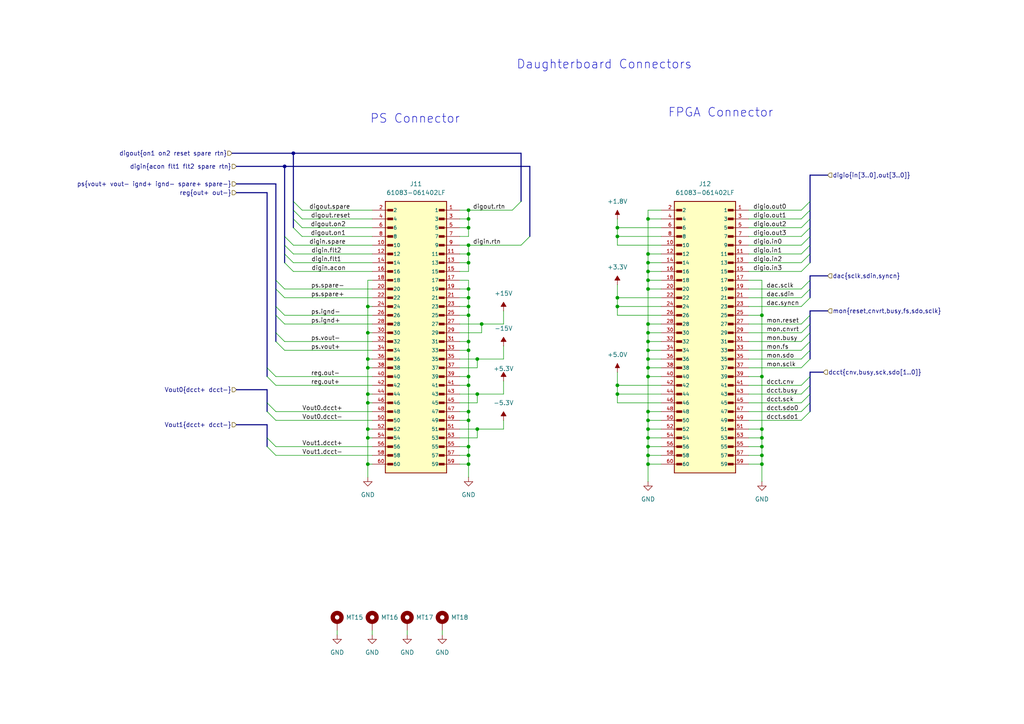
<source format=kicad_sch>
(kicad_sch (version 20250114) (generator "eeschema") (generator_version "9.0")
  (paper "A4")
  (lib_symbols
    (symbol "Mechanical:MountingHole_Pad" (pin_numbers (hide yes)) (pin_names (offset 1.016) (hide yes)) (in_bom no)
      (property "Reference" "H" (at 0 6.35 0))
      (property "Value" "MountingHole_Pad" (at 0 4.445 0))
      (symbol "MountingHole_Pad_0_1"
        (circle (center 0 1.27) (radius 1.27) (stroke (width 1.27)))
      )
      (symbol "MountingHole_Pad_1_1"
        (pin input line (at 0 -2.54 90) (length 2.54) (name "1") (number "1"))
      )
    )
    (symbol "PSC:+1.8V" (power) (pin_numbers (hide yes)) (pin_names (offset 0) (hide yes))
      (property "Value" "+1.8V" (at 0 3.556 0))
      (symbol "+1.8V_0_1"
        (polyline (pts (xy 0 0) (xy 0 2.54)))
      )
      (symbol "+1.8V_1_1"
        (polyline (pts (xy -0.635 1.27) (xy 0.635 1.27) (xy 0 2.54) (xy -0.635 1.27)) (stroke (width 0) (color 132 0 0 1)) (fill (type color) (color 132 0 0 1)))
        (pin power_in line (at 0 0 90) (length 0) (name "~") (number "1"))
      )
    )
    (symbol "PSC:+3V3" (power) (pin_numbers (hide yes)) (pin_names (offset 0) (hide yes))
      (property "Value" "+3.3V" (at 0 3.556 0))
      (symbol "+3V3_0_0"
        (pin power_in line (at 0 0 90) (length 0) (name "~") (number "1"))
      )
      (symbol "+3V3_0_1"
        (polyline (pts (xy 0 0) (xy 0 1.27) (xy 0.762 1.27) (xy 0 2.54) (xy -0.762 1.27) (xy 0 1.27)) (fill (type outline)))
      )
    )
    (symbol "PSC:+5.0V" (power) (pin_numbers (hide yes)) (pin_names (offset 0) (hide yes))
      (property "Value" "+5.0V" (at 0 3.556 0))
      (symbol "+5.0V_0_1"
        (polyline (pts (xy 0 0) (xy 0 2.54)))
      )
      (symbol "+5.0V_1_1"
        (polyline (pts (xy -0.635 1.27) (xy 0.635 1.27) (xy 0 2.54) (xy -0.635 1.27)) (stroke (width 0) (color 132 0 0 1)) (fill (type color) (color 132 0 0 1)))
        (pin power_in line (at 0 0 90) (length 0) (name "~") (number "1"))
      )
    )
    (symbol "power:GND" (power) (pin_numbers (hide yes)) (pin_names (offset 0) (hide yes))
      (property "Value" "GND" (at 0 -3.81 0))
      (symbol "GND_0_1"
        (polyline (pts (xy 0 0) (xy 0 -1.27) (xy 1.27 -1.27) (xy 0 -2.54) (xy -1.27 -1.27) (xy 0 -1.27)))
      )
      (symbol "GND_1_1"
        (pin power_in line (at 0 0 270) (length 0) (name "~") (number "1"))
      )
    )
    (symbol "psc:+15V" (power) (pin_numbers (hide yes)) (pin_names (offset 0) (hide yes))
      (property "Value" "+15V" (at 0 3.556 0))
      (symbol "+15V_0_0"
        (pin power_in line (at 0 0 90) (length 0) (name "~") (number "1"))
      )
      (symbol "+15V_0_1"
        (polyline (pts (xy 0 0) (xy 0 1.27) (xy 0.762 1.27) (xy 0 2.54) (xy -0.762 1.27) (xy 0 1.27)) (fill (type outline)))
      )
    )
    (symbol "psc:+5.3V" (power) (pin_numbers (hide yes)) (pin_names (offset 0) (hide yes))
      (property "Value" "+5.3V" (at 0 3.556 0))
      (symbol "+5.3V_0_0"
        (pin power_in line (at 0 0 90) (length 0) (name "~") (number "1"))
      )
      (symbol "+5.3V_0_1"
        (polyline (pts (xy 0 0) (xy 0 1.27) (xy 0.762 1.27) (xy 0 2.54) (xy -0.762 1.27) (xy 0 1.27)) (fill (type outline)))
      )
    )
    (symbol "psc:-15V" (power) (pin_numbers (hide yes)) (pin_names (offset 0) (hide yes))
      (property "Value" "-15V" (at 0 3.556 0))
      (symbol "-15V_0_0"
        (pin power_in line (at 0 0 90) (length 0) (name "~") (number "1"))
      )
      (symbol "-15V_0_1"
        (polyline (pts (xy 0 0) (xy 0 1.27) (xy 0.762 1.27) (xy 0 2.54) (xy -0.762 1.27) (xy 0 1.27)) (fill (type outline)))
      )
    )
    (symbol "psc:-5.3V" (power) (pin_numbers (hide yes)) (pin_names (offset 0) (hide yes))
      (property "Value" "-5.3V" (at 0 3.556 0))
      (symbol "-5.3V_0_0"
        (pin power_in line (at 0 0 90) (length 0) (name "~") (number "1"))
      )
      (symbol "-5.3V_0_1"
        (polyline (pts (xy 0 0) (xy 0 1.27) (xy 0.762 1.27) (xy 0 2.54) (xy -0.762 1.27) (xy 0 1.27)) (fill (type outline)))
      )
    )
    (symbol "psc:61083-061402LF" (pin_names (offset 1.016))
      (property "Reference" "J" (at -10.16 39.37 0))
      (property "Value" "61083-061402LF" (at -10.16 -43.18 0))
      (symbol "61083-061402LF_0_0"
        (rectangle (start -8.89 -40.64) (end 8.89 38.1) (stroke (width 0.254)) (fill (type background)))
        (rectangle (start -8.255 35.2425) (end -6.6675 35.8775) (stroke (width 0.1)) (fill (type outline)))
        (rectangle (start -8.255 32.7025) (end -6.6675 33.3375) (stroke (width 0.1)) (fill (type outline)))
        (rectangle (start -8.255 30.1625) (end -6.6675 30.7975) (stroke (width 0.1)) (fill (type outline)))
        (rectangle (start -8.255 27.6225) (end -6.6675 28.2575) (stroke (width 0.1)) (fill (type outline)))
        (rectangle (start -8.255 25.0825) (end -6.6675 25.7175) (stroke (width 0.1)) (fill (type outline)))
        (rectangle (start -8.255 22.5425) (end -6.6675 23.1775) (stroke (width 0.1)) (fill (type outline)))
        (rectangle (start -8.255 20.0025) (end -6.6675 20.6375) (stroke (width 0.1)) (fill (type outline)))
        (rectangle (start -8.255 17.4625) (end -6.6675 18.0975) (stroke (width 0.1)) (fill (type outline)))
        (rectangle (start -8.255 14.9225) (end -6.6675 15.5575) (stroke (width 0.1)) (fill (type outline)))
        (rectangle (start -8.255 12.3825) (end -6.6675 13.0175) (stroke (width 0.1)) (fill (type outline)))
        (rectangle (start -8.255 9.8425) (end -6.6675 10.4775) (stroke (width 0.1)) (fill (type outline)))
        (rectangle (start -8.255 7.3025) (end -6.6675 7.9375) (stroke (width 0.1)) (fill (type outline)))
        (rectangle (start -8.255 4.7625) (end -6.6675 5.3975) (stroke (width 0.1)) (fill (type outline)))
        (rectangle (start -8.255 2.2225) (end -6.6675 2.8575) (stroke (width 0.1)) (fill (type outline)))
        (rectangle (start -8.255 -0.3175) (end -6.6675 0.3175) (stroke (width 0.1)) (fill (type outline)))
        (rectangle (start -8.255 -2.8575) (end -6.6675 -2.2225) (stroke (width 0.1)) (fill (type outline)))
        (rectangle (start -8.255 -5.3975) (end -6.6675 -4.7625) (stroke (width 0.1)) (fill (type outline)))
        (rectangle (start -8.255 -7.9375) (end -6.6675 -7.3025) (stroke (width 0.1)) (fill (type outline)))
        (rectangle (start -8.255 -10.4775) (end -6.6675 -9.8425) (stroke (width 0.1)) (fill (type outline)))
        (rectangle (start -8.255 -13.0175) (end -6.6675 -12.3825) (stroke (width 0.1)) (fill (type outline)))
        (rectangle (start -8.255 -15.5575) (end -6.6675 -14.9225) (stroke (width 0.1)) (fill (type outline)))
        (rectangle (start -8.255 -18.0975) (end -6.6675 -17.4625) (stroke (width 0.1)) (fill (type outline)))
        (rectangle (start -8.255 -20.6375) (end -6.6675 -20.0025) (stroke (width 0.1)) (fill (type outline)))
        (rectangle (start -8.255 -23.1775) (end -6.6675 -22.5425) (stroke (width 0.1)) (fill (type outline)))
        (rectangle (start -8.255 -25.7175) (end -6.6675 -25.0825) (stroke (width 0.1)) (fill (type outline)))
        (rectangle (start -8.255 -28.2575) (end -6.6675 -27.6225) (stroke (width 0.1)) (fill (type outline)))
        (rectangle (start -8.255 -30.7975) (end -6.6675 -30.1625) (stroke (width 0.1)) (fill (type outline)))
        (rectangle (start -8.255 -33.3375) (end -6.6675 -32.7025) (stroke (width 0.1)) (fill (type outline)))
        (rectangle (start -8.255 -35.8775) (end -6.6675 -35.2425) (stroke (width 0.1)) (fill (type outline)))
        (rectangle (start -8.255 -38.4175) (end -6.6675 -37.7825) (stroke (width 0.1)) (fill (type outline)))
        (rectangle (start 6.6675 35.2425) (end 8.255 35.8775) (stroke (width 0.1)) (fill (type outline)))
        (rectangle (start 6.6675 32.7025) (end 8.255 33.3375) (stroke (width 0.1)) (fill (type outline)))
        (rectangle (start 6.6675 30.1625) (end 8.255 30.7975) (stroke (width 0.1)) (fill (type outline)))
        (rectangle (start 6.6675 27.6225) (end 8.255 28.2575) (stroke (width 0.1)) (fill (type outline)))
        (rectangle (start 6.6675 25.0825) (end 8.255 25.7175) (stroke (width 0.1)) (fill (type outline)))
        (rectangle (start 6.6675 22.5425) (end 8.255 23.1775) (stroke (width 0.1)) (fill (type outline)))
        (rectangle (start 6.6675 20.0025) (end 8.255 20.6375) (stroke (width 0.1)) (fill (type outline)))
        (rectangle (start 6.6675 17.4625) (end 8.255 18.0975) (stroke (width 0.1)) (fill (type outline)))
        (rectangle (start 6.6675 14.9225) (end 8.255 15.5575) (stroke (width 0.1)) (fill (type outline)))
        (rectangle (start 6.6675 12.3825) (end 8.255 13.0175) (stroke (width 0.1)) (fill (type outline)))
        (rectangle (start 6.6675 9.8425) (end 8.255 10.4775) (stroke (width 0.1)) (fill (type outline)))
        (rectangle (start 6.6675 7.3025) (end 8.255 7.9375) (stroke (width 0.1)) (fill (type outline)))
        (rectangle (start 6.6675 4.7625) (end 8.255 5.3975) (stroke (width 0.1)) (fill (type outline)))
        (rectangle (start 6.6675 2.2225) (end 8.255 2.8575) (stroke (width 0.1)) (fill (type outline)))
        (rectangle (start 6.6675 -0.3175) (end 8.255 0.3175) (stroke (width 0.1)) (fill (type outline)))
        (rectangle (start 6.6675 -2.8575) (end 8.255 -2.2225) (stroke (width 0.1)) (fill (type outline)))
        (rectangle (start 6.6675 -5.3975) (end 8.255 -4.7625) (stroke (width 0.1)) (fill (type outline)))
        (rectangle (start 6.6675 -7.9375) (end 8.255 -7.3025) (stroke (width 0.1)) (fill (type outline)))
        (rectangle (start 6.6675 -10.4775) (end 8.255 -9.8425) (stroke (width 0.1)) (fill (type outline)))
        (rectangle (start 6.6675 -13.0175) (end 8.255 -12.3825) (stroke (width 0.1)) (fill (type outline)))
        (rectangle (start 6.6675 -15.5575) (end 8.255 -14.9225) (stroke (width 0.1)) (fill (type outline)))
        (rectangle (start 6.6675 -18.0975) (end 8.255 -17.4625) (stroke (width 0.1)) (fill (type outline)))
        (rectangle (start 6.6675 -20.6375) (end 8.255 -20.0025) (stroke (width 0.1)) (fill (type outline)))
        (rectangle (start 6.6675 -23.1775) (end 8.255 -22.5425) (stroke (width 0.1)) (fill (type outline)))
        (rectangle (start 6.6675 -25.7175) (end 8.255 -25.0825) (stroke (width 0.1)) (fill (type outline)))
        (rectangle (start 6.6675 -28.2575) (end 8.255 -27.6225) (stroke (width 0.1)) (fill (type outline)))
        (rectangle (start 6.6675 -30.7975) (end 8.255 -30.1625) (stroke (width 0.1)) (fill (type outline)))
        (rectangle (start 6.6675 -33.3375) (end 8.255 -32.7025) (stroke (width 0.1)) (fill (type outline)))
        (rectangle (start 6.6675 -35.8775) (end 8.255 -35.2425) (stroke (width 0.1)) (fill (type outline)))
        (rectangle (start 6.6675 -38.4175) (end 8.255 -37.7825) (stroke (width 0.1)) (fill (type outline)))
        (pin passive line (at -12.7 35.56 0) (length 5.08) (name "1") (number "1"))
        (pin passive line (at -12.7 33.02 0) (length 5.08) (name "3") (number "3"))
        (pin passive line (at -12.7 30.48 0) (length 5.08) (name "5") (number "5"))
        (pin passive line (at -12.7 27.94 0) (length 5.08) (name "7") (number "7"))
        (pin passive line (at -12.7 25.4 0) (length 5.08) (name "9") (number "9"))
        (pin passive line (at -12.7 22.86 0) (length 5.08) (name "11") (number "11"))
        (pin passive line (at -12.7 20.32 0) (length 5.08) (name "13") (number "13"))
        (pin passive line (at -12.7 17.78 0) (length 5.08) (name "15") (number "15"))
        (pin passive line (at -12.7 15.24 0) (length 5.08) (name "17") (number "17"))
        (pin passive line (at -12.7 12.7 0) (length 5.08) (name "19") (number "19"))
        (pin passive line (at -12.7 10.16 0) (length 5.08) (name "21") (number "21"))
        (pin passive line (at -12.7 7.62 0) (length 5.08) (name "23") (number "23"))
        (pin passive line (at -12.7 5.08 0) (length 5.08) (name "25") (number "25"))
        (pin passive line (at -12.7 2.54 0) (length 5.08) (name "27") (number "27"))
        (pin passive line (at -12.7 0 0) (length 5.08) (name "29") (number "29"))
        (pin passive line (at -12.7 -2.54 0) (length 5.08) (name "31") (number "31"))
        (pin passive line (at -12.7 -5.08 0) (length 5.08) (name "33") (number "33"))
        (pin passive line (at -12.7 -7.62 0) (length 5.08) (name "35") (number "35"))
        (pin passive line (at -12.7 -10.16 0) (length 5.08) (name "37") (number "37"))
        (pin passive line (at -12.7 -12.7 0) (length 5.08) (name "39") (number "39"))
        (pin passive line (at -12.7 -15.24 0) (length 5.08) (name "41") (number "41"))
        (pin passive line (at -12.7 -17.78 0) (length 5.08) (name "43") (number "43"))
        (pin passive line (at -12.7 -20.32 0) (length 5.08) (name "45") (number "45"))
        (pin passive line (at -12.7 -22.86 0) (length 5.08) (name "47") (number "47"))
        (pin passive line (at -12.7 -25.4 0) (length 5.08) (name "49") (number "49"))
        (pin passive line (at -12.7 -27.94 0) (length 5.08) (name "51") (number "51"))
        (pin passive line (at -12.7 -30.48 0) (length 5.08) (name "53") (number "53"))
        (pin passive line (at -12.7 -33.02 0) (length 5.08) (name "55") (number "55"))
        (pin passive line (at -12.7 -35.56 0) (length 5.08) (name "57") (number "57"))
        (pin passive line (at -12.7 -38.1 0) (length 5.08) (name "59") (number "59"))
        (pin passive line (at 12.7 35.56 180) (length 5.08) (name "2") (number "2"))
        (pin passive line (at 12.7 33.02 180) (length 5.08) (name "4") (number "4"))
        (pin passive line (at 12.7 30.48 180) (length 5.08) (name "6") (number "6"))
        (pin passive line (at 12.7 27.94 180) (length 5.08) (name "8") (number "8"))
        (pin passive line (at 12.7 25.4 180) (length 5.08) (name "10") (number "10"))
        (pin passive line (at 12.7 22.86 180) (length 5.08) (name "12") (number "12"))
        (pin passive line (at 12.7 20.32 180) (length 5.08) (name "14") (number "14"))
        (pin passive line (at 12.7 17.78 180) (length 5.08) (name "16") (number "16"))
        (pin passive line (at 12.7 15.24 180) (length 5.08) (name "18") (number "18"))
        (pin passive line (at 12.7 12.7 180) (length 5.08) (name "20") (number "20"))
        (pin passive line (at 12.7 10.16 180) (length 5.08) (name "22") (number "22"))
        (pin passive line (at 12.7 7.62 180) (length 5.08) (name "24") (number "24"))
        (pin passive line (at 12.7 5.08 180) (length 5.08) (name "26") (number "26"))
        (pin passive line (at 12.7 2.54 180) (length 5.08) (name "28") (number "28"))
        (pin passive line (at 12.7 0 180) (length 5.08) (name "30") (number "30"))
        (pin passive line (at 12.7 -2.54 180) (length 5.08) (name "32") (number "32"))
        (pin passive line (at 12.7 -5.08 180) (length 5.08) (name "34") (number "34"))
        (pin passive line (at 12.7 -7.62 180) (length 5.08) (name "36") (number "36"))
        (pin passive line (at 12.7 -10.16 180) (length 5.08) (name "38") (number "38"))
        (pin passive line (at 12.7 -12.7 180) (length 5.08) (name "40") (number "40"))
        (pin passive line (at 12.7 -15.24 180) (length 5.08) (name "42") (number "42"))
        (pin passive line (at 12.7 -17.78 180) (length 5.08) (name "44") (number "44"))
        (pin passive line (at 12.7 -20.32 180) (length 5.08) (name "46") (number "46"))
        (pin passive line (at 12.7 -22.86 180) (length 5.08) (name "48") (number "48"))
        (pin passive line (at 12.7 -25.4 180) (length 5.08) (name "50") (number "50"))
        (pin passive line (at 12.7 -27.94 180) (length 5.08) (name "52") (number "52"))
        (pin passive line (at 12.7 -30.48 180) (length 5.08) (name "54") (number "54"))
        (pin passive line (at 12.7 -33.02 180) (length 5.08) (name "56") (number "56"))
        (pin passive line (at 12.7 -35.56 180) (length 5.08) (name "58") (number "58"))
        (pin passive line (at 12.7 -38.1 180) (length 5.08) (name "60") (number "60"))
      )
    )
  )
  (text "Daughterboard Connectors\n" (at 175.26 18.796 0) (effects (font (size 2.54 2.54))))
  (text "FPGA Connector" (at 209.042 32.766 0) (effects (font (size 2.54 2.54))))
  (text "PS Connector" (at 120.396 34.544 0) (effects (font (size 2.54 2.54))))
  (junction (at 135.89 119.38))
  (junction (at 106.68 106.68))
  (junction (at 135.89 91.44))
  (junction (at 187.96 81.28))
  (junction (at 135.89 99.06))
  (junction (at 82.55 48.26))
  (junction (at 187.96 121.92))
  (junction (at 135.89 121.92))
  (junction (at 187.96 119.38))
  (junction (at 106.68 96.52))
  (junction (at 106.68 104.14))
  (junction (at 187.96 106.68))
  (junction (at 106.68 114.3))
  (junction (at 85.09 44.45))
  (junction (at 135.89 132.08))
  (junction (at 106.68 88.9))
  (junction (at 135.89 111.76))
  (junction (at 106.68 134.62))
  (junction (at 106.68 127))
  (junction (at 187.96 76.2))
  (junction (at 135.89 88.9))
  (junction (at 187.96 99.06))
  (junction (at 135.89 109.22))
  (junction (at 187.96 96.52))
  (junction (at 135.89 129.54))
  (junction (at 220.98 127))
  (junction (at 179.07 86.36))
  (junction (at 179.07 111.76))
  (junction (at 220.98 109.22))
  (junction (at 187.96 127))
  (junction (at 187.96 132.08))
  (junction (at 135.89 60.96))
  (junction (at 187.96 78.74))
  (junction (at 106.68 124.46))
  (junction (at 187.96 134.62))
  (junction (at 179.07 68.58))
  (junction (at 187.96 129.54))
  (junction (at 138.43 104.14))
  (junction (at 220.98 91.44))
  (junction (at 220.98 132.08))
  (junction (at 138.43 114.3))
  (junction (at 135.89 101.6))
  (junction (at 135.89 134.62))
  (junction (at 135.89 71.12))
  (junction (at 135.89 63.5))
  (junction (at 139.7 93.98))
  (junction (at 135.89 66.04))
  (junction (at 135.89 83.82))
  (junction (at 187.96 93.98))
  (junction (at 187.96 124.46))
  (junction (at 135.89 76.2))
  (junction (at 135.89 86.36))
  (junction (at 220.98 129.54))
  (junction (at 179.07 114.3))
  (junction (at 220.98 134.62))
  (junction (at 187.96 83.82))
  (junction (at 187.96 104.14))
  (junction (at 179.07 66.04))
  (junction (at 187.96 101.6))
  (junction (at 187.96 109.22))
  (junction (at 138.43 124.46))
  (junction (at 187.96 73.66))
  (junction (at 187.96 63.5))
  (junction (at 220.98 124.46))
  (junction (at 106.68 116.84))
  (junction (at 179.07 88.9))
  (junction (at 135.89 73.66))
  (bus_entry (at 232.41 93.98) (size 2.54 -2.54))
  (bus_entry (at 232.41 66.04) (size 2.54 -2.54))
  (bus_entry (at 232.41 101.6) (size 2.54 -2.54))
  (bus_entry (at 85.09 63.5) (size 2.54 2.54))
  (bus_entry (at 85.09 58.42) (size 2.54 2.54))
  (bus_entry (at 80.01 91.44) (size 2.54 2.54))
  (bus_entry (at 232.41 104.14) (size 2.54 -2.54))
  (bus_entry (at 232.41 119.38) (size 2.54 -2.54))
  (bus_entry (at 77.47 106.68) (size 2.54 2.54))
  (bus_entry (at 232.41 60.96) (size 2.54 -2.54))
  (bus_entry (at 77.47 116.84) (size 2.54 2.54))
  (bus_entry (at 153.67 68.58) (size -2.54 2.54))
  (bus_entry (at 232.41 71.12) (size 2.54 -2.54))
  (bus_entry (at 77.47 127) (size 2.54 2.54))
  (bus_entry (at 82.55 68.58) (size 2.54 2.54))
  (bus_entry (at 80.01 81.28) (size 2.54 2.54))
  (bus_entry (at 232.41 63.5) (size 2.54 -2.54))
  (bus_entry (at 232.41 114.3) (size 2.54 -2.54))
  (bus_entry (at 232.41 68.58) (size 2.54 -2.54))
  (bus_entry (at 80.01 99.06) (size 2.54 2.54))
  (bus_entry (at 80.01 96.52) (size 2.54 2.54))
  (bus_entry (at 82.55 76.2) (size 2.54 2.54))
  (bus_entry (at 232.41 116.84) (size 2.54 -2.54))
  (bus_entry (at 232.41 83.82) (size 2.54 -2.54))
  (bus_entry (at 232.41 96.52) (size 2.54 -2.54))
  (bus_entry (at 232.41 88.9) (size 2.54 -2.54))
  (bus_entry (at 85.09 60.96) (size 2.54 2.54))
  (bus_entry (at 77.47 109.22) (size 2.54 2.54))
  (bus_entry (at 232.41 76.2) (size 2.54 -2.54))
  (bus_entry (at 80.01 88.9) (size 2.54 2.54))
  (bus_entry (at 80.01 83.82) (size 2.54 2.54))
  (bus_entry (at 232.41 86.36) (size 2.54 -2.54))
  (bus_entry (at 82.55 71.12) (size 2.54 2.54))
  (bus_entry (at 85.09 66.04) (size 2.54 2.54))
  (bus_entry (at 77.47 119.38) (size 2.54 2.54))
  (bus_entry (at 151.13 58.42) (size -2.54 2.54))
  (bus_entry (at 232.41 111.76) (size 2.54 -2.54))
  (bus_entry (at 232.41 99.06) (size 2.54 -2.54))
  (bus_entry (at 232.41 78.74) (size 2.54 -2.54))
  (bus_entry (at 232.41 106.68) (size 2.54 -2.54))
  (bus_entry (at 82.55 73.66) (size 2.54 2.54))
  (bus_entry (at 232.41 73.66) (size 2.54 -2.54))
  (bus_entry (at 232.41 121.92) (size 2.54 -2.54))
  (bus_entry (at 77.47 129.54) (size 2.54 2.54))
  (wire (pts (xy 106.68 96.52) (xy 106.68 104.14)))
  (wire (pts (xy 106.68 104.14) (xy 107.95 104.14)))
  (wire (pts (xy 220.98 91.44) (xy 220.98 109.22)))
  (wire (pts (xy 133.35 124.46) (xy 138.43 124.46)))
  (wire (pts (xy 191.77 71.12) (xy 179.07 71.12)))
  (bus (pts (xy 77.47 113.03) (xy 77.47 116.84)))
  (wire (pts (xy 133.35 109.22) (xy 135.89 109.22)))
  (wire (pts (xy 106.68 127) (xy 107.95 127)))
  (wire (pts (xy 220.98 132.08) (xy 217.17 132.08)))
  (wire (pts (xy 135.89 73.66) (xy 135.89 76.2)))
  (wire (pts (xy 133.35 104.14) (xy 138.43 104.14)))
  (bus (pts (xy 85.09 60.96) (xy 85.09 63.5)))
  (wire (pts (xy 217.17 81.28) (xy 220.98 81.28)))
  (wire (pts (xy 191.77 96.52) (xy 187.96 96.52)))
  (wire (pts (xy 107.95 81.28) (xy 106.68 81.28)))
  (wire (pts (xy 146.05 100.33) (xy 146.05 104.14)))
  (wire (pts (xy 133.35 81.28) (xy 135.89 81.28)))
  (wire (pts (xy 187.96 63.5) (xy 187.96 73.66)))
  (wire (pts (xy 220.98 81.28) (xy 220.98 91.44)))
  (wire (pts (xy 106.68 88.9) (xy 106.68 96.52)))
  (wire (pts (xy 220.98 124.46) (xy 220.98 127)))
  (wire (pts (xy 135.89 88.9) (xy 135.89 91.44)))
  (wire (pts (xy 217.17 83.82) (xy 232.41 83.82)))
  (wire (pts (xy 187.96 81.28) (xy 187.96 83.82)))
  (wire (pts (xy 133.35 129.54) (xy 135.89 129.54)))
  (bus (pts (xy 85.09 44.45) (xy 151.13 44.45)))
  (bus (pts (xy 80.01 83.82) (xy 80.01 88.9)))
  (wire (pts (xy 135.89 66.04) (xy 135.89 63.5)))
  (wire (pts (xy 135.89 99.06) (xy 135.89 101.6)))
  (wire (pts (xy 135.89 73.66) (xy 133.35 73.66)))
  (bus (pts (xy 67.31 44.45) (xy 85.09 44.45)))
  (bus (pts (xy 234.95 71.12) (xy 234.95 73.66)))
  (bus (pts (xy 234.95 63.5) (xy 234.95 66.04)))
  (wire (pts (xy 220.98 109.22) (xy 220.98 124.46)))
  (wire (pts (xy 133.35 86.36) (xy 135.89 86.36)))
  (wire (pts (xy 85.09 73.66) (xy 107.95 73.66)))
  (wire (pts (xy 87.63 66.04) (xy 107.95 66.04)))
  (wire (pts (xy 187.96 134.62) (xy 187.96 139.7)))
  (wire (pts (xy 191.77 86.36) (xy 179.07 86.36)))
  (wire (pts (xy 106.68 116.84) (xy 106.68 124.46)))
  (wire (pts (xy 217.17 96.52) (xy 232.41 96.52)))
  (wire (pts (xy 133.35 96.52) (xy 139.7 96.52)))
  (bus (pts (xy 234.95 68.58) (xy 234.95 71.12)))
  (bus (pts (xy 234.95 73.66) (xy 234.95 76.2)))
  (wire (pts (xy 80.01 132.08) (xy 107.95 132.08)))
  (bus (pts (xy 68.58 53.34) (xy 80.01 53.34)))
  (wire (pts (xy 187.96 119.38) (xy 187.96 121.92)))
  (wire (pts (xy 133.35 111.76) (xy 135.89 111.76)))
  (wire (pts (xy 80.01 111.76) (xy 107.95 111.76)))
  (bus (pts (xy 82.55 48.26) (xy 82.55 68.58)))
  (wire (pts (xy 220.98 127) (xy 220.98 129.54)))
  (wire (pts (xy 106.68 88.9) (xy 107.95 88.9)))
  (wire (pts (xy 191.77 127) (xy 187.96 127)))
  (bus (pts (xy 153.67 48.26) (xy 153.67 68.58)))
  (wire (pts (xy 85.09 71.12) (xy 107.95 71.12)))
  (wire (pts (xy 133.35 88.9) (xy 135.89 88.9)))
  (wire (pts (xy 133.35 127) (xy 138.43 127)))
  (wire (pts (xy 135.89 76.2) (xy 133.35 76.2)))
  (wire (pts (xy 135.89 71.12) (xy 151.13 71.12)))
  (wire (pts (xy 133.35 134.62) (xy 135.89 134.62)))
  (wire (pts (xy 135.89 76.2) (xy 135.89 78.74)))
  (wire (pts (xy 85.09 78.74) (xy 107.95 78.74)))
  (wire (pts (xy 187.96 106.68) (xy 187.96 109.22)))
  (wire (pts (xy 146.05 124.46) (xy 146.05 121.92)))
  (wire (pts (xy 220.98 129.54) (xy 220.98 132.08)))
  (wire (pts (xy 217.17 76.2) (xy 232.41 76.2)))
  (wire (pts (xy 133.35 114.3) (xy 138.43 114.3)))
  (wire (pts (xy 106.68 96.52) (xy 107.95 96.52)))
  (wire (pts (xy 187.96 60.96) (xy 187.96 63.5)))
  (wire (pts (xy 217.17 86.36) (xy 232.41 86.36)))
  (wire (pts (xy 187.96 96.52) (xy 187.96 99.06)))
  (wire (pts (xy 82.55 101.6) (xy 107.95 101.6)))
  (bus (pts (xy 77.47 106.68) (xy 77.47 109.22)))
  (wire (pts (xy 133.35 132.08) (xy 135.89 132.08)))
  (wire (pts (xy 191.77 60.96) (xy 187.96 60.96)))
  (wire (pts (xy 135.89 134.62) (xy 135.89 138.43)))
  (wire (pts (xy 217.17 116.84) (xy 232.41 116.84)))
  (bus (pts (xy 68.58 123.19) (xy 77.47 123.19)))
  (wire (pts (xy 135.89 91.44) (xy 135.89 99.06)))
  (wire (pts (xy 217.17 93.98) (xy 232.41 93.98)))
  (bus (pts (xy 234.95 90.17) (xy 240.03 90.17)))
  (wire (pts (xy 135.89 109.22) (xy 135.89 111.76)))
  (wire (pts (xy 133.35 66.04) (xy 135.89 66.04)))
  (wire (pts (xy 135.89 81.28) (xy 135.89 83.82)))
  (wire (pts (xy 179.07 71.12) (xy 179.07 68.58)))
  (bus (pts (xy 234.95 96.52) (xy 234.95 93.98)))
  (wire (pts (xy 191.77 106.68) (xy 187.96 106.68)))
  (bus (pts (xy 234.95 83.82) (xy 234.95 86.36)))
  (wire (pts (xy 191.77 68.58) (xy 179.07 68.58)))
  (bus (pts (xy 234.95 60.96) (xy 234.95 63.5)))
  (wire (pts (xy 133.35 71.12) (xy 135.89 71.12)))
  (bus (pts (xy 234.95 116.84) (xy 234.95 114.3)))
  (wire (pts (xy 179.07 88.9) (xy 179.07 91.44)))
  (wire (pts (xy 187.96 124.46) (xy 187.96 127)))
  (bus (pts (xy 234.95 119.38) (xy 234.95 116.84)))
  (wire (pts (xy 106.68 124.46) (xy 107.95 124.46)))
  (wire (pts (xy 135.89 132.08) (xy 135.89 134.62)))
  (wire (pts (xy 217.17 119.38) (xy 232.41 119.38)))
  (wire (pts (xy 82.55 93.98) (xy 107.95 93.98)))
  (wire (pts (xy 106.68 81.28) (xy 106.68 88.9)))
  (wire (pts (xy 80.01 119.38) (xy 107.95 119.38)))
  (wire (pts (xy 106.68 114.3) (xy 107.95 114.3)))
  (wire (pts (xy 217.17 68.58) (xy 232.41 68.58)))
  (wire (pts (xy 187.96 83.82) (xy 187.96 93.98)))
  (wire (pts (xy 87.63 63.5) (xy 107.95 63.5)))
  (wire (pts (xy 138.43 106.68) (xy 138.43 104.14)))
  (wire (pts (xy 220.98 129.54) (xy 217.17 129.54)))
  (bus (pts (xy 234.95 66.04) (xy 234.95 68.58)))
  (wire (pts (xy 187.96 129.54) (xy 187.96 132.08)))
  (wire (pts (xy 133.35 91.44) (xy 135.89 91.44)))
  (wire (pts (xy 191.77 63.5) (xy 187.96 63.5)))
  (wire (pts (xy 217.17 121.92) (xy 232.41 121.92)))
  (wire (pts (xy 217.17 71.12) (xy 232.41 71.12)))
  (wire (pts (xy 133.35 93.98) (xy 139.7 93.98)))
  (bus (pts (xy 234.95 58.42) (xy 234.95 60.96)))
  (wire (pts (xy 82.55 83.82) (xy 107.95 83.82)))
  (wire (pts (xy 106.68 104.14) (xy 106.68 106.68)))
  (wire (pts (xy 191.77 134.62) (xy 187.96 134.62)))
  (bus (pts (xy 82.55 68.58) (xy 82.55 71.12)))
  (bus (pts (xy 234.95 99.06) (xy 234.95 96.52)))
  (bus (pts (xy 234.95 104.14) (xy 234.95 101.6)))
  (wire (pts (xy 232.41 60.96) (xy 217.17 60.96)))
  (wire (pts (xy 187.96 109.22) (xy 187.96 119.38)))
  (wire (pts (xy 220.98 134.62) (xy 220.98 139.7)))
  (wire (pts (xy 191.77 111.76) (xy 179.07 111.76)))
  (wire (pts (xy 133.35 83.82) (xy 135.89 83.82)))
  (bus (pts (xy 82.55 73.66) (xy 82.55 76.2)))
  (wire (pts (xy 220.98 132.08) (xy 220.98 134.62)))
  (wire (pts (xy 106.68 114.3) (xy 106.68 116.84)))
  (bus (pts (xy 234.95 80.01) (xy 240.03 80.01)))
  (wire (pts (xy 106.68 134.62) (xy 107.95 134.62)))
  (wire (pts (xy 106.68 127) (xy 106.68 134.62)))
  (wire (pts (xy 138.43 124.46) (xy 146.05 124.46)))
  (bus (pts (xy 80.01 91.44) (xy 80.01 96.52)))
  (wire (pts (xy 135.89 68.58) (xy 135.89 66.04)))
  (wire (pts (xy 217.17 106.68) (xy 232.41 106.68)))
  (wire (pts (xy 106.68 116.84) (xy 107.95 116.84)))
  (bus (pts (xy 80.01 88.9) (xy 80.01 91.44)))
  (bus (pts (xy 234.95 81.28) (xy 234.95 83.82)))
  (wire (pts (xy 138.43 127) (xy 138.43 124.46)))
  (wire (pts (xy 179.07 82.55) (xy 179.07 86.36)))
  (wire (pts (xy 139.7 96.52) (xy 139.7 93.98)))
  (wire (pts (xy 106.68 134.62) (xy 106.68 138.43)))
  (wire (pts (xy 179.07 86.36) (xy 179.07 88.9)))
  (wire (pts (xy 191.77 129.54) (xy 187.96 129.54)))
  (wire (pts (xy 187.96 93.98) (xy 187.96 96.52)))
  (wire (pts (xy 191.77 132.08) (xy 187.96 132.08)))
  (bus (pts (xy 234.95 101.6) (xy 234.95 99.06)))
  (bus (pts (xy 80.01 53.34) (xy 80.01 81.28)))
  (wire (pts (xy 135.89 86.36) (xy 135.89 88.9)))
  (wire (pts (xy 191.77 101.6) (xy 187.96 101.6)))
  (wire (pts (xy 191.77 124.46) (xy 187.96 124.46)))
  (wire (pts (xy 187.96 73.66) (xy 187.96 76.2)))
  (wire (pts (xy 191.77 104.14) (xy 187.96 104.14)))
  (wire (pts (xy 106.68 106.68) (xy 106.68 114.3)))
  (bus (pts (xy 234.95 50.8) (xy 240.03 50.8)))
  (wire (pts (xy 135.89 119.38) (xy 135.89 121.92)))
  (wire (pts (xy 80.01 129.54) (xy 107.95 129.54)))
  (wire (pts (xy 191.77 88.9) (xy 179.07 88.9)))
  (wire (pts (xy 220.98 91.44) (xy 217.17 91.44)))
  (bus (pts (xy 80.01 96.52) (xy 80.01 99.06)))
  (wire (pts (xy 82.55 86.36) (xy 107.95 86.36)))
  (wire (pts (xy 135.89 60.96) (xy 148.59 60.96)))
  (wire (pts (xy 82.55 91.44) (xy 107.95 91.44)))
  (wire (pts (xy 138.43 116.84) (xy 138.43 114.3)))
  (bus (pts (xy 68.58 48.26) (xy 82.55 48.26)))
  (wire (pts (xy 220.98 134.62) (xy 217.17 134.62)))
  (bus (pts (xy 77.47 127) (xy 77.47 129.54)))
  (wire (pts (xy 139.7 93.98) (xy 146.05 93.98)))
  (wire (pts (xy 179.07 114.3) (xy 179.07 116.84)))
  (wire (pts (xy 135.89 71.12) (xy 135.89 73.66)))
  (wire (pts (xy 135.89 111.76) (xy 135.89 119.38)))
  (wire (pts (xy 217.17 66.04) (xy 232.41 66.04)))
  (wire (pts (xy 133.35 101.6) (xy 135.89 101.6)))
  (wire (pts (xy 97.79 184.15) (xy 97.79 182.88)))
  (wire (pts (xy 135.89 63.5) (xy 133.35 63.5)))
  (bus (pts (xy 82.55 71.12) (xy 82.55 73.66)))
  (bus (pts (xy 234.95 93.98) (xy 234.95 91.44)))
  (bus (pts (xy 77.47 55.88) (xy 77.47 106.68)))
  (wire (pts (xy 135.89 60.96) (xy 135.89 63.5)))
  (bus (pts (xy 234.95 80.01) (xy 234.95 81.28)))
  (wire (pts (xy 133.35 121.92) (xy 135.89 121.92)))
  (wire (pts (xy 87.63 60.96) (xy 107.95 60.96)))
  (wire (pts (xy 187.96 78.74) (xy 187.96 81.28)))
  (wire (pts (xy 191.77 78.74) (xy 187.96 78.74)))
  (wire (pts (xy 128.27 184.15) (xy 128.27 182.88)))
  (wire (pts (xy 191.77 76.2) (xy 187.96 76.2)))
  (wire (pts (xy 179.07 107.95) (xy 179.07 111.76)))
  (wire (pts (xy 146.05 110.49) (xy 146.05 114.3)))
  (bus (pts (xy 68.58 55.88) (xy 77.47 55.88)))
  (wire (pts (xy 118.11 184.15) (xy 118.11 182.88)))
  (wire (pts (xy 187.96 76.2) (xy 187.96 78.74)))
  (wire (pts (xy 187.96 121.92) (xy 187.96 124.46)))
  (wire (pts (xy 217.17 63.5) (xy 232.41 63.5)))
  (wire (pts (xy 220.98 124.46) (xy 217.17 124.46)))
  (wire (pts (xy 133.35 68.58) (xy 135.89 68.58)))
  (wire (pts (xy 187.96 132.08) (xy 187.96 134.62)))
  (wire (pts (xy 133.35 99.06) (xy 135.89 99.06)))
  (wire (pts (xy 217.17 99.06) (xy 232.41 99.06)))
  (wire (pts (xy 87.63 68.58) (xy 107.95 68.58)))
  (wire (pts (xy 191.77 91.44) (xy 179.07 91.44)))
  (wire (pts (xy 146.05 104.14) (xy 138.43 104.14)))
  (wire (pts (xy 187.96 104.14) (xy 187.96 106.68)))
  (wire (pts (xy 106.68 106.68) (xy 107.95 106.68)))
  (wire (pts (xy 191.77 81.28) (xy 187.96 81.28)))
  (bus (pts (xy 85.09 44.45) (xy 85.09 58.42)))
  (wire (pts (xy 80.01 121.92) (xy 107.95 121.92)))
  (wire (pts (xy 191.77 73.66) (xy 187.96 73.66)))
  (wire (pts (xy 217.17 114.3) (xy 232.41 114.3)))
  (bus (pts (xy 85.09 58.42) (xy 85.09 60.96)))
  (wire (pts (xy 82.55 99.06) (xy 107.95 99.06)))
  (wire (pts (xy 135.89 78.74) (xy 133.35 78.74)))
  (wire (pts (xy 217.17 78.74) (xy 232.41 78.74)))
  (bus (pts (xy 234.95 109.22) (xy 234.95 107.95)))
  (wire (pts (xy 191.77 99.06) (xy 187.96 99.06)))
  (wire (pts (xy 217.17 73.66) (xy 232.41 73.66)))
  (wire (pts (xy 85.09 76.2) (xy 107.95 76.2)))
  (wire (pts (xy 80.01 109.22) (xy 107.95 109.22)))
  (wire (pts (xy 138.43 114.3) (xy 146.05 114.3)))
  (wire (pts (xy 191.77 114.3) (xy 179.07 114.3)))
  (wire (pts (xy 217.17 88.9) (xy 232.41 88.9)))
  (wire (pts (xy 191.77 119.38) (xy 187.96 119.38)))
  (bus (pts (xy 77.47 116.84) (xy 77.47 119.38)))
  (wire (pts (xy 179.07 63.5) (xy 179.07 66.04)))
  (wire (pts (xy 133.35 116.84) (xy 138.43 116.84)))
  (bus (pts (xy 80.01 81.28) (xy 80.01 83.82)))
  (bus (pts (xy 68.58 113.03) (xy 77.47 113.03)))
  (wire (pts (xy 146.05 90.17) (xy 146.05 93.98)))
  (wire (pts (xy 133.35 106.68) (xy 138.43 106.68)))
  (bus (pts (xy 234.95 50.8) (xy 234.95 58.42)))
  (wire (pts (xy 179.07 68.58) (xy 179.07 66.04)))
  (wire (pts (xy 191.77 109.22) (xy 187.96 109.22)))
  (bus (pts (xy 234.95 114.3) (xy 234.95 111.76)))
  (wire (pts (xy 191.77 83.82) (xy 187.96 83.82)))
  (wire (pts (xy 217.17 111.76) (xy 232.41 111.76)))
  (wire (pts (xy 191.77 116.84) (xy 179.07 116.84)))
  (bus (pts (xy 77.47 123.19) (xy 77.47 127)))
  (bus (pts (xy 85.09 63.5) (xy 85.09 66.04)))
  (wire (pts (xy 217.17 101.6) (xy 232.41 101.6)))
  (bus (pts (xy 234.95 111.76) (xy 234.95 109.22)))
  (wire (pts (xy 179.07 111.76) (xy 179.07 114.3)))
  (wire (pts (xy 106.68 124.46) (xy 106.68 127)))
  (wire (pts (xy 191.77 121.92) (xy 187.96 121.92)))
  (wire (pts (xy 191.77 66.04) (xy 179.07 66.04)))
  (wire (pts (xy 135.89 101.6) (xy 135.89 109.22)))
  (wire (pts (xy 133.35 119.38) (xy 135.89 119.38)))
  (wire (pts (xy 187.96 127) (xy 187.96 129.54)))
  (wire (pts (xy 220.98 127) (xy 217.17 127)))
  (wire (pts (xy 107.95 184.15) (xy 107.95 182.88)))
  (wire (pts (xy 135.89 129.54) (xy 135.89 132.08)))
  (bus (pts (xy 82.55 48.26) (xy 153.67 48.26)))
  (bus (pts (xy 151.13 44.45) (xy 151.13 58.42)))
  (wire (pts (xy 187.96 99.06) (xy 187.96 101.6)))
  (wire (pts (xy 135.89 83.82) (xy 135.89 86.36)))
  (bus (pts (xy 234.95 107.95) (xy 238.76 107.95)))
  (wire (pts (xy 133.35 60.96) (xy 135.89 60.96)))
  (wire (pts (xy 187.96 101.6) (xy 187.96 104.14)))
  (wire (pts (xy 220.98 109.22) (xy 217.17 109.22)))
  (wire (pts (xy 217.17 104.14) (xy 232.41 104.14)))
  (wire (pts (xy 191.77 93.98) (xy 187.96 93.98)))
  (bus (pts (xy 234.95 91.44) (xy 234.95 90.17)))
  (wire (pts (xy 135.89 121.92) (xy 135.89 129.54)))
  (label "digin.spare" (at 100.33 71.12 180))
  (label "reg.out-" (at 90.17 109.22 0))
  (label "digin.acon" (at 100.33 78.74 180))
  (label "mon.reset" (at 222.25 93.98 0))
  (label "dcct.busy" (at 222.25 114.3 0))
  (label "mon.sdo" (at 222.25 104.14 0))
  (label "digio.out3" (at 218.44 68.58 0))
  (label "digout.reset" (at 101.6 63.5 180))
  (label "dac.sdin" (at 222.25 86.36 0))
  (label "mon.busy" (at 222.25 99.06 0))
  (label "digio.in1" (at 218.44 73.66 0))
  (label "ps.vout-" (at 90.17 99.06 0))
  (label "dcct.sdo0" (at 222.25 119.38 0))
  (label "digio.in0" (at 218.44 71.12 0))
  (label "dcct.sdo1" (at 222.25 121.92 0))
  (label "digio.out1" (at 218.44 63.5 0))
  (label "dac.syncn" (at 222.25 88.9 0))
  (label "mon.cnvrt" (at 222.25 96.52 0))
  (label "ps.ignd-" (at 90.17 91.44 0))
  (label "ps.spare-" (at 90.17 83.82 0))
  (label "digio.out0" (at 218.44 60.96 0))
  (label "dcct.cnv" (at 222.25 111.76 0))
  (label "digio.in3" (at 218.44 78.74 0))
  (label "dcct.sck" (at 222.25 116.84 0))
  (label "Vout0.dcct-" (at 87.63 121.92 0))
  (label "ps.ignd+" (at 90.17 93.98 0))
  (label "digio.in2" (at 218.44 76.2 0))
  (label "Vout1.dcct-" (at 87.63 132.08 0))
  (label "digin.flt2" (at 99.06 73.66 180))
  (label "digout.on1" (at 100.33 68.58 180))
  (label "digin.rtn" (at 137.16 71.12 0))
  (label "digout.on2" (at 100.33 66.04 180))
  (label "digin.flt1" (at 99.06 76.2 180))
  (label "digout.spare" (at 101.6 60.96 180))
  (label "Vout0.dcct+" (at 87.63 119.38 0))
  (label "ps.spare+" (at 90.17 86.36 0))
  (label "ps.vout+" (at 90.17 101.6 0))
  (label "digio.out2" (at 218.44 66.04 0))
  (label "mon.fs" (at 222.25 101.6 0))
  (label "dac.sclk" (at 222.25 83.82 0))
  (label "mon.sclk" (at 222.25 106.68 0))
  (label "digout.rtn" (at 137.16 60.96 0))
  (label "reg.out+" (at 90.17 111.76 0))
  (label "Vout1.dcct+" (at 87.63 129.54 0))
  (hierarchical_label "Vout0{dcct+ dcct-}" (shape input) (at 68.58 113.03 180))
  (hierarchical_label "digout{on1 on2 reset spare rtn}" (shape input) (at 67.31 44.45 180))
  (hierarchical_label "dac{sclk,sdin,syncn}" (shape input) (at 240.03 80.01 0))
  (hierarchical_label "mon{reset,cnvrt,busy,fs,sdo,sclk}" (shape input) (at 240.03 90.17 0))
  (hierarchical_label "dcct{cnv,busy,sck,sdo[1..0]}" (shape input) (at 238.76 107.95 0))
  (hierarchical_label "digin{acon flt1 flt2 spare rtn}" (shape input) (at 68.58 48.26 180))
  (hierarchical_label "ps{vout+ vout- ignd+ ignd- spare+ spare-}" (shape input) (at 68.58 53.34 180))
  (hierarchical_label "digio{in[3..0],out[3..0]}" (shape input) (at 240.03 50.8 0))
  (hierarchical_label "Vout1{dcct+ dcct-}" (shape input) (at 68.58 123.19 180))
  (hierarchical_label "reg{out+ out-}" (shape input) (at 68.58 55.88 180))
  (symbol (lib_id "power:GND") (at 187.96 139.7 0) (mirror y) (unit 1)
    (property "Reference" "#PWR027" (effects (hide yes)))
    (property "Value" "GND" (at 187.96 144.78 0))
    (property "Description" "Power symbol creates a global label with name \"GND\" , ground" (effects (hide yes)))
    (instances (project "psc_carrier_brd" (path "" (reference "#PWR0198") (unit 1)) (path "" (reference "#PWR027") (unit 1)) (path "" (reference "#PWR0183") (unit 1)) (path "" (reference "#PWR0213") (unit 1))))
  )
  (symbol (lib_id "power:GND") (at 118.11 184.15 0) (unit 1)
    (property "Reference" "#PWR017" (effects (hide yes)))
    (property "Value" "GND" (at 118.11 189.23 0))
    (property "Description" "Power symbol creates a global label with name \"GND\" , ground" (effects (hide yes)))
    (instances (project "psc_carrier_brd" (path "" (reference "#PWR0188") (unit 1)) (path "" (reference "#PWR017") (unit 1)) (path "" (reference "#PWR0173") (unit 1)) (path "" (reference "#PWR0203") (unit 1))))
  )
  (symbol (lib_id "psc:-5.3V") (at 146.05 121.92 0) (unit 1)
    (property "Reference" "#PWR023" (effects (hide yes)))
    (property "Value" "-5.3V" (at 146.05 116.84 0))
    (property "Description" "Power symbol creates a global label with name \"-15V\"" (effects (hide yes)))
    (instances (project "psc_carrier_brd" (path "" (reference "#PWR0194") (unit 1)) (path "" (reference "#PWR023") (unit 1)) (path "" (reference "#PWR0179") (unit 1)) (path "" (reference "#PWR0209") (unit 1))))
  )
  (symbol (lib_id "PSC:+3V3") (at 179.07 82.55 0) (mirror y) (unit 1)
    (property "Reference" "#PWR025" (effects (hide yes)))
    (property "Value" "+3.3V" (at 179.07 77.47 0))
    (property "Description" "Power symbol creates a global label with name \"-3V3\"" (effects (hide yes)))
    (instances (project "psc_carrier_brd" (path "" (reference "#PWR0196") (unit 1)) (path "" (reference "#PWR025") (unit 1)) (path "" (reference "#PWR0181") (unit 1)) (path "" (reference "#PWR0211") (unit 1))))
  )
  (symbol (lib_id "Mechanical:MountingHole_Pad") (at 97.79 180.34 0) (unit 1) (in_bom no)
    (property "Reference" "MT7" (at 100.33 179.0699 0) (effects (justify left)))
    (property "Value" "MountingHole_Pad" (effects (hide yes)))
    (property "Footprint" "MountingHole:MountingHole_3.2mm_M3_Pad_TopBottom" (effects (hide yes)))
    (property "Description" "Mounting Hole with connection" (effects (hide yes)))
    (instances (project "psc_carrier_brd" (path "" (reference "MT15") (unit 1)) (path "" (reference "MT7") (unit 1)) (path "" (reference "MT11") (unit 1)) (path "" (reference "MT19") (unit 1))))
  )
  (symbol (lib_id "psc:-15V") (at 146.05 100.33 0) (unit 1)
    (property "Reference" "#PWR021" (effects (hide yes)))
    (property "Value" "-15V" (at 146.05 95.25 0))
    (property "Description" "Power symbol creates a global label with name \"-15V\"" (effects (hide yes)))
    (instances (project "psc_carrier_brd" (path "" (reference "#PWR0192") (unit 1)) (path "" (reference "#PWR021") (unit 1)) (path "" (reference "#PWR0177") (unit 1)) (path "" (reference "#PWR0207") (unit 1))))
  )
  (symbol (lib_id "PSC:+5.0V") (at 179.07 107.95 0) (mirror y) (unit 1)
    (property "Reference" "#PWR026" (effects (hide yes)))
    (property "Value" "+5.0V" (at 179.07 102.87 0))
    (instances (project "psc_carrier_brd" (path "" (reference "#PWR0197") (unit 1)) (path "" (reference "#PWR026") (unit 1)) (path "" (reference "#PWR0182") (unit 1)) (path "" (reference "#PWR0212") (unit 1))))
  )
  (symbol (lib_id "power:GND") (at 135.89 138.43 0) (unit 1)
    (property "Reference" "#PWR019" (effects (hide yes)))
    (property "Value" "GND" (at 135.89 143.51 0))
    (property "Description" "Power symbol creates a global label with name \"GND\" , ground" (effects (hide yes)))
    (instances (project "psc_carrier_brd" (path "" (reference "#PWR0190") (unit 1)) (path "" (reference "#PWR019") (unit 1)) (path "" (reference "#PWR0175") (unit 1)) (path "" (reference "#PWR0205") (unit 1))))
  )
  (symbol (lib_id "psc:+15V") (at 146.05 90.17 0) (unit 1)
    (property "Reference" "#PWR020" (effects (hide yes)))
    (property "Value" "+15V" (at 146.05 85.09 0))
    (property "Description" "Power symbol creates a global label with name \"-15V\"" (effects (hide yes)))
    (instances (project "psc_carrier_brd" (path "" (reference "#PWR0191") (unit 1)) (path "" (reference "#PWR020") (unit 1)) (path "" (reference "#PWR0176") (unit 1)) (path "" (reference "#PWR0206") (unit 1))))
  )
  (symbol (lib_id "psc:61083-061402LF") (at 120.65 96.52 0) (mirror y) (unit 1)
    (property "Reference" "J4" (at 120.65 53.34 0))
    (property "Value" "61083-061402LF" (at 120.65 55.88 0))
    (property "Footprint" "myparts:AMPHENOL_61083-061402LF" (effects (hide yes)))
    (property "PARTREV" "AT" (effects (hide yes)))
    (property "STANDARD" "Manufacturer Recommendations" (effects (hide yes)))
    (property "MAXIMUM_PACKAGE_HEIGHT" "5.0mm" (effects (hide yes)))
    (property "MANUFACTURER" "Amphenol" (effects (hide yes)))
    (instances (project "psc_carrier_brd" (path "" (reference "J11") (unit 1)) (path "" (reference "J4") (unit 1)) (path "" (reference "J8") (unit 1)) (path "" (reference "J14") (unit 1))))
  )
  (symbol (lib_id "power:GND") (at 106.68 138.43 0) (unit 1)
    (property "Reference" "#PWR015" (effects (hide yes)))
    (property "Value" "GND" (at 106.68 143.51 0))
    (property "Description" "Power symbol creates a global label with name \"GND\" , ground" (effects (hide yes)))
    (instances (project "psc_carrier_brd" (path "" (reference "#PWR0186") (unit 1)) (path "" (reference "#PWR015") (unit 1)) (path "" (reference "#PWR0171") (unit 1)) (path "" (reference "#PWR0201") (unit 1))))
  )
  (symbol (lib_id "Mechanical:MountingHole_Pad") (at 118.11 180.34 0) (unit 1) (in_bom no)
    (property "Reference" "MT9" (at 120.65 179.0699 0) (effects (justify left)))
    (property "Value" "MountingHole_Pad" (effects (hide yes)))
    (property "Footprint" "MountingHole:MountingHole_3.2mm_M3_Pad_TopBottom" (effects (hide yes)))
    (property "Description" "Mounting Hole with connection" (effects (hide yes)))
    (instances (project "psc_carrier_brd" (path "" (reference "MT17") (unit 1)) (path "" (reference "MT9") (unit 1)) (path "" (reference "MT13") (unit 1)) (path "" (reference "MT21") (unit 1))))
  )
  (symbol (lib_id "PSC:+1.8V") (at 179.07 63.5 0) (mirror y) (unit 1)
    (property "Reference" "#PWR024" (effects (hide yes)))
    (property "Value" "+1.8V" (at 179.07 58.42 0))
    (instances (project "psc_carrier_brd" (path "" (reference "#PWR0195") (unit 1)) (path "" (reference "#PWR024") (unit 1)) (path "" (reference "#PWR0180") (unit 1)) (path "" (reference "#PWR0210") (unit 1))))
  )
  (symbol (lib_id "psc:+5.3V") (at 146.05 110.49 0) (unit 1)
    (property "Reference" "#PWR022" (effects (hide yes)))
    (property "Value" "+5.3V" (at 146.05 106.934 0))
    (property "Description" "Power symbol creates a global label with name \"-15V\"" (effects (hide yes)))
    (instances (project "psc_carrier_brd" (path "" (reference "#PWR0193") (unit 1)) (path "" (reference "#PWR022") (unit 1)) (path "" (reference "#PWR0178") (unit 1)) (path "" (reference "#PWR0208") (unit 1))))
  )
  (symbol (lib_id "power:GND") (at 97.79 184.15 0) (unit 1)
    (property "Reference" "#PWR014" (effects (hide yes)))
    (property "Value" "GND" (at 97.79 189.23 0))
    (property "Description" "Power symbol creates a global label with name \"GND\" , ground" (effects (hide yes)))
    (instances (project "psc_carrier_brd" (path "" (reference "#PWR0185") (unit 1)) (path "" (reference "#PWR014") (unit 1)) (path "" (reference "#PWR0170") (unit 1)) (path "" (reference "#PWR0200") (unit 1))))
  )
  (symbol (lib_id "power:GND") (at 107.95 184.15 0) (unit 1)
    (property "Reference" "#PWR016" (effects (hide yes)))
    (property "Value" "GND" (at 107.95 189.23 0))
    (property "Description" "Power symbol creates a global label with name \"GND\" , ground" (effects (hide yes)))
    (instances (project "psc_carrier_brd" (path "" (reference "#PWR0187") (unit 1)) (path "" (reference "#PWR016") (unit 1)) (path "" (reference "#PWR0172") (unit 1)) (path "" (reference "#PWR0202") (unit 1))))
  )
  (symbol (lib_id "psc:61083-061402LF") (at 204.47 96.52 0) (mirror y) (unit 1)
    (property "Reference" "J5" (at 204.47 53.34 0))
    (property "Value" "61083-061402LF" (at 204.47 55.88 0))
    (property "Footprint" "myparts:AMPHENOL_61083-061402LF" (effects (hide yes)))
    (property "PARTREV" "AT" (effects (hide yes)))
    (property "STANDARD" "Manufacturer Recommendations" (effects (hide yes)))
    (property "MAXIMUM_PACKAGE_HEIGHT" "5.0mm" (effects (hide yes)))
    (property "MANUFACTURER" "Amphenol" (effects (hide yes)))
    (instances (project "psc_carrier_brd" (path "" (reference "J12") (unit 1)) (path "" (reference "J5") (unit 1)) (path "" (reference "J9") (unit 1)) (path "" (reference "J15") (unit 1))))
  )
  (symbol (lib_id "Mechanical:MountingHole_Pad") (at 128.27 180.34 0) (unit 1) (in_bom no)
    (property "Reference" "MT10" (at 130.81 179.0699 0) (effects (justify left)))
    (property "Value" "MountingHole_Pad" (effects (hide yes)))
    (property "Footprint" "MountingHole:MountingHole_3.2mm_M3_Pad_TopBottom" (effects (hide yes)))
    (property "Description" "Mounting Hole with connection" (effects (hide yes)))
    (instances (project "psc_carrier_brd" (path "" (reference "MT18") (unit 1)) (path "" (reference "MT10") (unit 1)) (path "" (reference "MT14") (unit 1)) (path "" (reference "MT22") (unit 1))))
  )
  (symbol (lib_id "power:GND") (at 220.98 139.7 0) (mirror y) (unit 1)
    (property "Reference" "#PWR028" (effects (hide yes)))
    (property "Value" "GND" (at 220.98 144.78 0))
    (property "Description" "Power symbol creates a global label with name \"GND\" , ground" (effects (hide yes)))
    (instances (project "psc_carrier_brd" (path "" (reference "#PWR0199") (unit 1)) (path "" (reference "#PWR028") (unit 1)) (path "" (reference "#PWR0184") (unit 1)) (path "" (reference "#PWR0214") (unit 1))))
  )
  (symbol (lib_id "power:GND") (at 128.27 184.15 0) (unit 1)
    (property "Reference" "#PWR018" (effects (hide yes)))
    (property "Value" "GND" (at 128.27 189.23 0))
    (property "Description" "Power symbol creates a global label with name \"GND\" , ground" (effects (hide yes)))
    (instances (project "psc_carrier_brd" (path "" (reference "#PWR0189") (unit 1)) (path "" (reference "#PWR018") (unit 1)) (path "" (reference "#PWR0174") (unit 1)) (path "" (reference "#PWR0204") (unit 1))))
  )
  (symbol (lib_id "Mechanical:MountingHole_Pad") (at 107.95 180.34 0) (unit 1) (in_bom no)
    (property "Reference" "MT8" (at 110.49 179.0699 0) (effects (justify left)))
    (property "Value" "MountingHole_Pad" (effects (hide yes)))
    (property "Footprint" "MountingHole:MountingHole_3.2mm_M3_Pad_TopBottom" (effects (hide yes)))
    (property "Description" "Mounting Hole with connection" (effects (hide yes)))
    (instances (project "psc_carrier_brd" (path "" (reference "MT16") (unit 1)) (path "" (reference "MT8") (unit 1)) (path "" (reference "MT12") (unit 1)) (path "" (reference "MT20") (unit 1))))
  )
)
</source>
